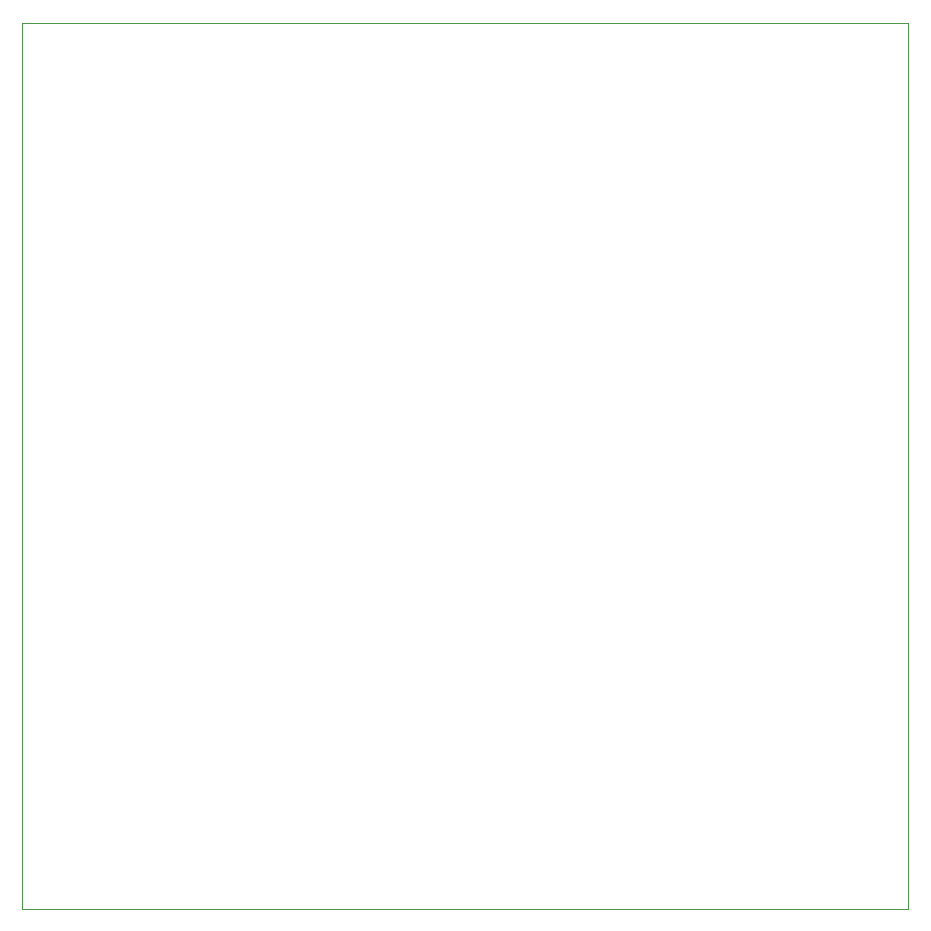
<source format=gbr>
G04 #@! TF.GenerationSoftware,KiCad,Pcbnew,(5.1.5-0-10_14)*
G04 #@! TF.CreationDate,2020-04-30T20:24:14+02:00*
G04 #@! TF.ProjectId,GORBA_LAWO_Adapter,474f5242-415f-44c4-9157-4f5f41646170,rev?*
G04 #@! TF.SameCoordinates,Original*
G04 #@! TF.FileFunction,Profile,NP*
%FSLAX46Y46*%
G04 Gerber Fmt 4.6, Leading zero omitted, Abs format (unit mm)*
G04 Created by KiCad (PCBNEW (5.1.5-0-10_14)) date 2020-04-30 20:24:14*
%MOMM*%
%LPD*%
G04 APERTURE LIST*
%ADD10C,0.050000*%
G04 APERTURE END LIST*
D10*
X30000000Y-32000000D02*
X105000000Y-32000000D01*
X30000000Y-107000000D02*
X30000000Y-32000000D01*
X105000000Y-107000000D02*
X30000000Y-107000000D01*
X105000000Y-32000000D02*
X105000000Y-107000000D01*
M02*

</source>
